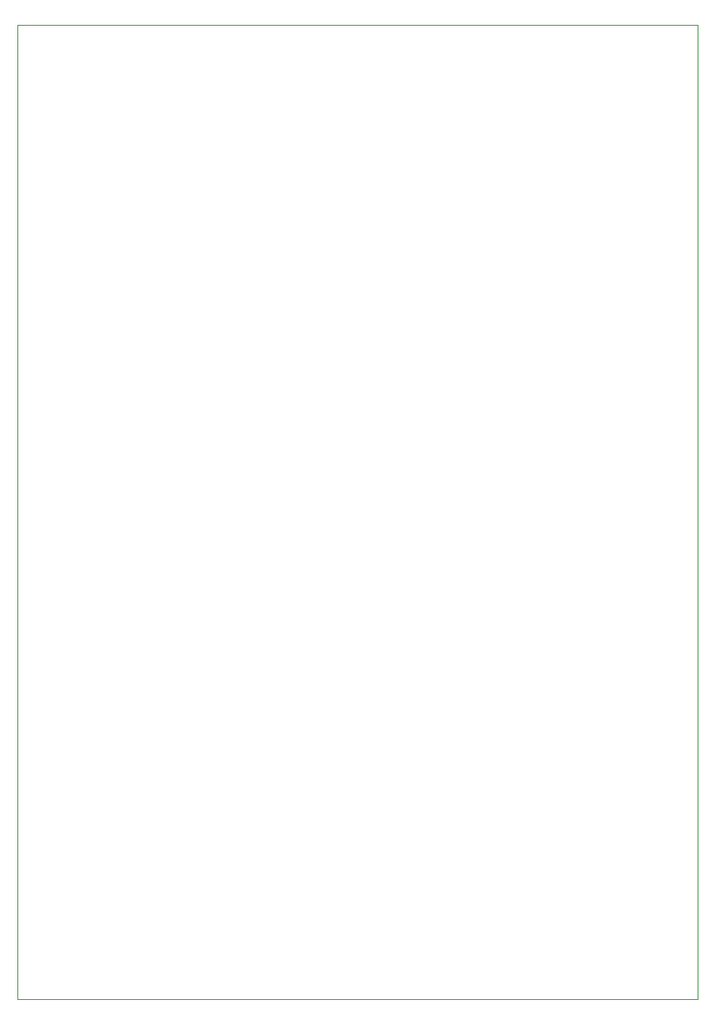
<source format=gm1>
G04 #@! TF.GenerationSoftware,KiCad,Pcbnew,(6.0.1)*
G04 #@! TF.CreationDate,2022-06-18T06:04:39-04:00*
G04 #@! TF.ProjectId,PiPicoMite03,50695069-636f-44d6-9974-6530332e6b69,2*
G04 #@! TF.SameCoordinates,Original*
G04 #@! TF.FileFunction,Profile,NP*
%FSLAX46Y46*%
G04 Gerber Fmt 4.6, Leading zero omitted, Abs format (unit mm)*
G04 Created by KiCad (PCBNEW (6.0.1)) date 2022-06-18 06:04:39*
%MOMM*%
%LPD*%
G01*
G04 APERTURE LIST*
G04 #@! TA.AperFunction,Profile*
%ADD10C,0.100000*%
G04 #@! TD*
G04 APERTURE END LIST*
D10*
X212000000Y-3000000D02*
X281500000Y-3000000D01*
X281500000Y-3000000D02*
X281500000Y-102500000D01*
X281500000Y-102500000D02*
X212000000Y-102500000D01*
X212000000Y-102500000D02*
X212000000Y-3000000D01*
M02*

</source>
